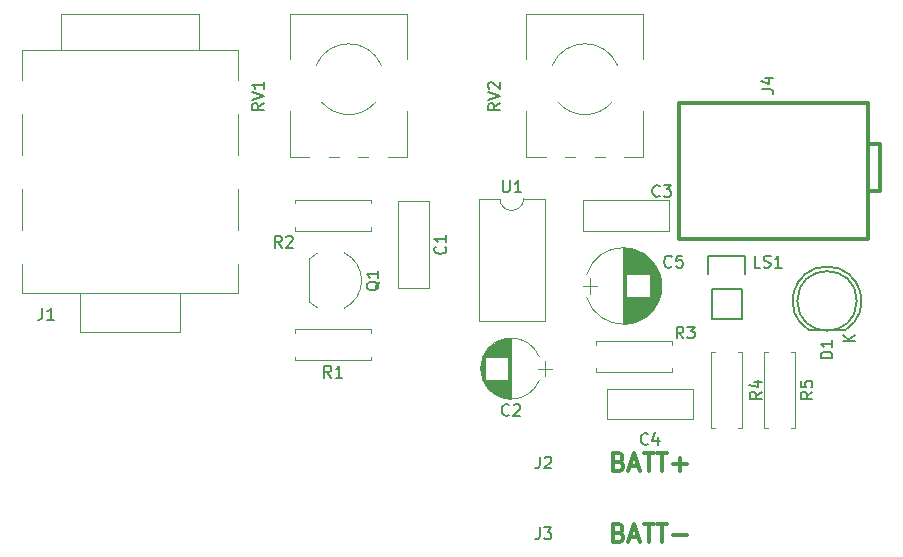
<source format=gto>
G04 #@! TF.GenerationSoftware,KiCad,Pcbnew,no-vcs-found-8c7175b~60~ubuntu16.04.1*
G04 #@! TF.CreationDate,2017-09-13T21:37:39+02:00*
G04 #@! TF.ProjectId,ruby,727562792E6B696361645F7063620000,rev?*
G04 #@! TF.SameCoordinates,Original*
G04 #@! TF.FileFunction,Legend,Top*
G04 #@! TF.FilePolarity,Positive*
%FSLAX46Y46*%
G04 Gerber Fmt 4.6, Leading zero omitted, Abs format (unit mm)*
G04 Created by KiCad (PCBNEW no-vcs-found-8c7175b~60~ubuntu16.04.1) date Wed Sep 13 21:37:39 2017*
%MOMM*%
%LPD*%
G01*
G04 APERTURE LIST*
%ADD10C,0.300000*%
%ADD11C,0.120000*%
%ADD12C,0.150000*%
G04 APERTURE END LIST*
D10*
X128392857Y-104892857D02*
X128607142Y-104964285D01*
X128678571Y-105035714D01*
X128750000Y-105178571D01*
X128750000Y-105392857D01*
X128678571Y-105535714D01*
X128607142Y-105607142D01*
X128464285Y-105678571D01*
X127892857Y-105678571D01*
X127892857Y-104178571D01*
X128392857Y-104178571D01*
X128535714Y-104250000D01*
X128607142Y-104321428D01*
X128678571Y-104464285D01*
X128678571Y-104607142D01*
X128607142Y-104750000D01*
X128535714Y-104821428D01*
X128392857Y-104892857D01*
X127892857Y-104892857D01*
X129321428Y-105250000D02*
X130035714Y-105250000D01*
X129178571Y-105678571D02*
X129678571Y-104178571D01*
X130178571Y-105678571D01*
X130464285Y-104178571D02*
X131321428Y-104178571D01*
X130892857Y-105678571D02*
X130892857Y-104178571D01*
X131607142Y-104178571D02*
X132464285Y-104178571D01*
X132035714Y-105678571D02*
X132035714Y-104178571D01*
X132964285Y-105107142D02*
X134107142Y-105107142D01*
X128392857Y-98892857D02*
X128607142Y-98964285D01*
X128678571Y-99035714D01*
X128750000Y-99178571D01*
X128750000Y-99392857D01*
X128678571Y-99535714D01*
X128607142Y-99607142D01*
X128464285Y-99678571D01*
X127892857Y-99678571D01*
X127892857Y-98178571D01*
X128392857Y-98178571D01*
X128535714Y-98250000D01*
X128607142Y-98321428D01*
X128678571Y-98464285D01*
X128678571Y-98607142D01*
X128607142Y-98750000D01*
X128535714Y-98821428D01*
X128392857Y-98892857D01*
X127892857Y-98892857D01*
X129321428Y-99250000D02*
X130035714Y-99250000D01*
X129178571Y-99678571D02*
X129678571Y-98178571D01*
X130178571Y-99678571D01*
X130464285Y-98178571D02*
X131321428Y-98178571D01*
X130892857Y-99678571D02*
X130892857Y-98178571D01*
X131607142Y-98178571D02*
X132464285Y-98178571D01*
X132035714Y-99678571D02*
X132035714Y-98178571D01*
X132964285Y-99107142D02*
X134107142Y-99107142D01*
X133535714Y-99678571D02*
X133535714Y-98535714D01*
D11*
X122737568Y-65328018D02*
G75*
G02X128262000Y-65327000I2762432J-1171982D01*
G01*
X127797753Y-68428295D02*
G75*
G02X123202000Y-68428000I-2297753J1928295D01*
G01*
X120539000Y-73060000D02*
X120539000Y-69194000D01*
X120539000Y-64805000D02*
X120539000Y-60940000D01*
X130460000Y-73060000D02*
X130460000Y-69194000D01*
X130460000Y-64805000D02*
X130460000Y-60940000D01*
X120539000Y-73060000D02*
X122175000Y-73060000D01*
X123825000Y-73060000D02*
X124675000Y-73060000D01*
X126325000Y-73060000D02*
X127175000Y-73060000D01*
X128825000Y-73060000D02*
X130460000Y-73060000D01*
X120539000Y-60940000D02*
X130460000Y-60940000D01*
X100539000Y-60940000D02*
X110460000Y-60940000D01*
X108825000Y-73060000D02*
X110460000Y-73060000D01*
X106325000Y-73060000D02*
X107175000Y-73060000D01*
X103825000Y-73060000D02*
X104675000Y-73060000D01*
X100539000Y-73060000D02*
X102175000Y-73060000D01*
X110460000Y-64805000D02*
X110460000Y-60940000D01*
X110460000Y-73060000D02*
X110460000Y-69194000D01*
X100539000Y-64805000D02*
X100539000Y-60940000D01*
X100539000Y-73060000D02*
X100539000Y-69194000D01*
X107797753Y-68428295D02*
G75*
G02X103202000Y-68428000I-2297753J1928295D01*
G01*
X102737568Y-65328018D02*
G75*
G02X108262000Y-65327000I2762432J-1171982D01*
G01*
X77860000Y-64000000D02*
X96150000Y-64000000D01*
X96150000Y-64000000D02*
X96150000Y-66550000D01*
X96150000Y-69460000D02*
X96150000Y-72890000D01*
X96150000Y-75810000D02*
X96150000Y-79240000D01*
X77860000Y-79240000D02*
X77860000Y-75810000D01*
X77860000Y-72890000D02*
X77860000Y-69460000D01*
X77860000Y-66550000D02*
X77860000Y-64000000D01*
X77860000Y-84610000D02*
X77860000Y-82160000D01*
X96150000Y-84610000D02*
X96150000Y-82160000D01*
X77860000Y-84610000D02*
X96150000Y-84610000D01*
X92860000Y-61000000D02*
X92860000Y-64000000D01*
X81160000Y-61000000D02*
X92860000Y-61000000D01*
X81160000Y-61000000D02*
X81160000Y-64000000D01*
X82750000Y-84640000D02*
X82750000Y-87860000D01*
X82750000Y-87880000D02*
X91230000Y-87880000D01*
X91260000Y-84640000D02*
X91260000Y-87860000D01*
X112310000Y-84160000D02*
X109690000Y-84160000D01*
X112310000Y-76840000D02*
X109690000Y-76840000D01*
X109690000Y-76840000D02*
X109690000Y-84160000D01*
X112310000Y-76840000D02*
X112310000Y-84160000D01*
X116853137Y-90018600D02*
G75*
G03X116852564Y-91980000I2396863J-981400D01*
G01*
X116853137Y-90018600D02*
G75*
G02X121647436Y-90020000I2396863J-981400D01*
G01*
X116853137Y-91981400D02*
G75*
G03X121647436Y-91980000I2396863J981400D01*
G01*
X122100000Y-91650000D02*
X122100000Y-90350000D01*
X122700000Y-91000000D02*
X121500000Y-91000000D01*
X116689000Y-91354000D02*
X116689000Y-90646000D01*
X116729000Y-91559000D02*
X116729000Y-90441000D01*
X116769000Y-91707000D02*
X116769000Y-90293000D01*
X116809000Y-91829000D02*
X116809000Y-90171000D01*
X116849000Y-91934000D02*
X116849000Y-90066000D01*
X116889000Y-92028000D02*
X116889000Y-89972000D01*
X116929000Y-92112000D02*
X116929000Y-89888000D01*
X116969000Y-92189000D02*
X116969000Y-89811000D01*
X117009000Y-92261000D02*
X117009000Y-89739000D01*
X117049000Y-90020000D02*
X117049000Y-89673000D01*
X117049000Y-92327000D02*
X117049000Y-91980000D01*
X117089000Y-90020000D02*
X117089000Y-89610000D01*
X117089000Y-92390000D02*
X117089000Y-91980000D01*
X117129000Y-90020000D02*
X117129000Y-89552000D01*
X117129000Y-92448000D02*
X117129000Y-91980000D01*
X117169000Y-90020000D02*
X117169000Y-89496000D01*
X117169000Y-92504000D02*
X117169000Y-91980000D01*
X117209000Y-90020000D02*
X117209000Y-89444000D01*
X117209000Y-92556000D02*
X117209000Y-91980000D01*
X117249000Y-90020000D02*
X117249000Y-89394000D01*
X117249000Y-92606000D02*
X117249000Y-91980000D01*
X117289000Y-90020000D02*
X117289000Y-89346000D01*
X117289000Y-92654000D02*
X117289000Y-91980000D01*
X117329000Y-90020000D02*
X117329000Y-89301000D01*
X117329000Y-92699000D02*
X117329000Y-91980000D01*
X117369000Y-90020000D02*
X117369000Y-89258000D01*
X117369000Y-92742000D02*
X117369000Y-91980000D01*
X117409000Y-90020000D02*
X117409000Y-89217000D01*
X117409000Y-92783000D02*
X117409000Y-91980000D01*
X117449000Y-90020000D02*
X117449000Y-89177000D01*
X117449000Y-92823000D02*
X117449000Y-91980000D01*
X117489000Y-90020000D02*
X117489000Y-89139000D01*
X117489000Y-92861000D02*
X117489000Y-91980000D01*
X117529000Y-90020000D02*
X117529000Y-89103000D01*
X117529000Y-92897000D02*
X117529000Y-91980000D01*
X117569000Y-90020000D02*
X117569000Y-89068000D01*
X117569000Y-92932000D02*
X117569000Y-91980000D01*
X117609000Y-90020000D02*
X117609000Y-89035000D01*
X117609000Y-92965000D02*
X117609000Y-91980000D01*
X117649000Y-90020000D02*
X117649000Y-89003000D01*
X117649000Y-92997000D02*
X117649000Y-91980000D01*
X117689000Y-90020000D02*
X117689000Y-88972000D01*
X117689000Y-93028000D02*
X117689000Y-91980000D01*
X117729000Y-90020000D02*
X117729000Y-88942000D01*
X117729000Y-93058000D02*
X117729000Y-91980000D01*
X117769000Y-90020000D02*
X117769000Y-88914000D01*
X117769000Y-93086000D02*
X117769000Y-91980000D01*
X117809000Y-90020000D02*
X117809000Y-88887000D01*
X117809000Y-93113000D02*
X117809000Y-91980000D01*
X117849000Y-90020000D02*
X117849000Y-88860000D01*
X117849000Y-93140000D02*
X117849000Y-91980000D01*
X117889000Y-90020000D02*
X117889000Y-88835000D01*
X117889000Y-93165000D02*
X117889000Y-91980000D01*
X117929000Y-90020000D02*
X117929000Y-88811000D01*
X117929000Y-93189000D02*
X117929000Y-91980000D01*
X117969000Y-90020000D02*
X117969000Y-88788000D01*
X117969000Y-93212000D02*
X117969000Y-91980000D01*
X118009000Y-90020000D02*
X118009000Y-88766000D01*
X118009000Y-93234000D02*
X118009000Y-91980000D01*
X118049000Y-90020000D02*
X118049000Y-88744000D01*
X118049000Y-93256000D02*
X118049000Y-91980000D01*
X118089000Y-90020000D02*
X118089000Y-88724000D01*
X118089000Y-93276000D02*
X118089000Y-91980000D01*
X118129000Y-90020000D02*
X118129000Y-88704000D01*
X118129000Y-93296000D02*
X118129000Y-91980000D01*
X118169000Y-90020000D02*
X118169000Y-88685000D01*
X118169000Y-93315000D02*
X118169000Y-91980000D01*
X118209000Y-90020000D02*
X118209000Y-88667000D01*
X118209000Y-93333000D02*
X118209000Y-91980000D01*
X118249000Y-90020000D02*
X118249000Y-88650000D01*
X118249000Y-93350000D02*
X118249000Y-91980000D01*
X118289000Y-90020000D02*
X118289000Y-88634000D01*
X118289000Y-93366000D02*
X118289000Y-91980000D01*
X118329000Y-90020000D02*
X118329000Y-88618000D01*
X118329000Y-93382000D02*
X118329000Y-91980000D01*
X118369000Y-90020000D02*
X118369000Y-88604000D01*
X118369000Y-93396000D02*
X118369000Y-91980000D01*
X118409000Y-90020000D02*
X118409000Y-88590000D01*
X118409000Y-93410000D02*
X118409000Y-91980000D01*
X118449000Y-90020000D02*
X118449000Y-88576000D01*
X118449000Y-93424000D02*
X118449000Y-91980000D01*
X118489000Y-90020000D02*
X118489000Y-88564000D01*
X118489000Y-93436000D02*
X118489000Y-91980000D01*
X118529000Y-90020000D02*
X118529000Y-88552000D01*
X118529000Y-93448000D02*
X118529000Y-91980000D01*
X118570000Y-90020000D02*
X118570000Y-88540000D01*
X118570000Y-93460000D02*
X118570000Y-91980000D01*
X118610000Y-90020000D02*
X118610000Y-88530000D01*
X118610000Y-93470000D02*
X118610000Y-91980000D01*
X118650000Y-90020000D02*
X118650000Y-88520000D01*
X118650000Y-93480000D02*
X118650000Y-91980000D01*
X118690000Y-90020000D02*
X118690000Y-88511000D01*
X118690000Y-93489000D02*
X118690000Y-91980000D01*
X118730000Y-90020000D02*
X118730000Y-88502000D01*
X118730000Y-93498000D02*
X118730000Y-91980000D01*
X118770000Y-90020000D02*
X118770000Y-88494000D01*
X118770000Y-93506000D02*
X118770000Y-91980000D01*
X118810000Y-90020000D02*
X118810000Y-88487000D01*
X118810000Y-93513000D02*
X118810000Y-91980000D01*
X118850000Y-90020000D02*
X118850000Y-88481000D01*
X118850000Y-93519000D02*
X118850000Y-91980000D01*
X118890000Y-90020000D02*
X118890000Y-88475000D01*
X118890000Y-93525000D02*
X118890000Y-91980000D01*
X118930000Y-90020000D02*
X118930000Y-88469000D01*
X118930000Y-93531000D02*
X118930000Y-91980000D01*
X118970000Y-90020000D02*
X118970000Y-88465000D01*
X118970000Y-93535000D02*
X118970000Y-91980000D01*
X119010000Y-93539000D02*
X119010000Y-88461000D01*
X119050000Y-93543000D02*
X119050000Y-88457000D01*
X119090000Y-93546000D02*
X119090000Y-88454000D01*
X119130000Y-93548000D02*
X119130000Y-88452000D01*
X119170000Y-93549000D02*
X119170000Y-88451000D01*
X119210000Y-93550000D02*
X119210000Y-88450000D01*
X119250000Y-93550000D02*
X119250000Y-88450000D01*
X125340000Y-79310000D02*
X125340000Y-76690000D01*
X132660000Y-79310000D02*
X132660000Y-76690000D01*
X132660000Y-76690000D02*
X125340000Y-76690000D01*
X132660000Y-79310000D02*
X125340000Y-79310000D01*
X134660000Y-95310000D02*
X127340000Y-95310000D01*
X134660000Y-92690000D02*
X127340000Y-92690000D01*
X134660000Y-95310000D02*
X134660000Y-92690000D01*
X127340000Y-95310000D02*
X127340000Y-92690000D01*
X131838440Y-84979357D02*
G75*
G03X131838236Y-83020000I-3088440J979357D01*
G01*
X131838440Y-84979357D02*
G75*
G02X125661764Y-84980000I-3088440J979357D01*
G01*
X131838440Y-83020643D02*
G75*
G03X125661764Y-83020000I-3088440J-979357D01*
G01*
X125900000Y-83350000D02*
X125900000Y-84650000D01*
X125300000Y-84000000D02*
X126500000Y-84000000D01*
X131951000Y-83532000D02*
X131951000Y-84468000D01*
X131911000Y-83324000D02*
X131911000Y-84676000D01*
X131871000Y-83166000D02*
X131871000Y-84834000D01*
X131831000Y-83034000D02*
X131831000Y-84966000D01*
X131791000Y-82919000D02*
X131791000Y-85081000D01*
X131751000Y-82816000D02*
X131751000Y-85184000D01*
X131711000Y-82722000D02*
X131711000Y-85278000D01*
X131671000Y-82636000D02*
X131671000Y-85364000D01*
X131631000Y-82555000D02*
X131631000Y-85445000D01*
X131591000Y-82480000D02*
X131591000Y-85520000D01*
X131551000Y-82409000D02*
X131551000Y-85591000D01*
X131511000Y-82342000D02*
X131511000Y-85658000D01*
X131471000Y-82279000D02*
X131471000Y-85721000D01*
X131431000Y-82219000D02*
X131431000Y-85781000D01*
X131391000Y-82161000D02*
X131391000Y-85839000D01*
X131351000Y-82106000D02*
X131351000Y-85894000D01*
X131311000Y-82054000D02*
X131311000Y-85946000D01*
X131271000Y-82003000D02*
X131271000Y-85997000D01*
X131231000Y-81955000D02*
X131231000Y-86045000D01*
X131191000Y-81908000D02*
X131191000Y-86092000D01*
X131151000Y-81863000D02*
X131151000Y-86137000D01*
X131111000Y-81820000D02*
X131111000Y-86180000D01*
X131071000Y-81778000D02*
X131071000Y-86222000D01*
X131031000Y-81738000D02*
X131031000Y-86262000D01*
X130991000Y-81699000D02*
X130991000Y-86301000D01*
X130951000Y-84980000D02*
X130951000Y-86339000D01*
X130951000Y-81661000D02*
X130951000Y-83020000D01*
X130911000Y-84980000D02*
X130911000Y-86375000D01*
X130911000Y-81625000D02*
X130911000Y-83020000D01*
X130871000Y-84980000D02*
X130871000Y-86411000D01*
X130871000Y-81589000D02*
X130871000Y-83020000D01*
X130831000Y-84980000D02*
X130831000Y-86445000D01*
X130831000Y-81555000D02*
X130831000Y-83020000D01*
X130791000Y-84980000D02*
X130791000Y-86478000D01*
X130791000Y-81522000D02*
X130791000Y-83020000D01*
X130751000Y-84980000D02*
X130751000Y-86510000D01*
X130751000Y-81490000D02*
X130751000Y-83020000D01*
X130711000Y-84980000D02*
X130711000Y-86540000D01*
X130711000Y-81460000D02*
X130711000Y-83020000D01*
X130671000Y-84980000D02*
X130671000Y-86570000D01*
X130671000Y-81430000D02*
X130671000Y-83020000D01*
X130631000Y-84980000D02*
X130631000Y-86599000D01*
X130631000Y-81401000D02*
X130631000Y-83020000D01*
X130591000Y-84980000D02*
X130591000Y-86627000D01*
X130591000Y-81373000D02*
X130591000Y-83020000D01*
X130551000Y-84980000D02*
X130551000Y-86654000D01*
X130551000Y-81346000D02*
X130551000Y-83020000D01*
X130511000Y-84980000D02*
X130511000Y-86681000D01*
X130511000Y-81319000D02*
X130511000Y-83020000D01*
X130471000Y-84980000D02*
X130471000Y-86706000D01*
X130471000Y-81294000D02*
X130471000Y-83020000D01*
X130431000Y-84980000D02*
X130431000Y-86731000D01*
X130431000Y-81269000D02*
X130431000Y-83020000D01*
X130391000Y-84980000D02*
X130391000Y-86755000D01*
X130391000Y-81245000D02*
X130391000Y-83020000D01*
X130351000Y-84980000D02*
X130351000Y-86778000D01*
X130351000Y-81222000D02*
X130351000Y-83020000D01*
X130311000Y-84980000D02*
X130311000Y-86800000D01*
X130311000Y-81200000D02*
X130311000Y-83020000D01*
X130271000Y-84980000D02*
X130271000Y-86822000D01*
X130271000Y-81178000D02*
X130271000Y-83020000D01*
X130231000Y-84980000D02*
X130231000Y-86843000D01*
X130231000Y-81157000D02*
X130231000Y-83020000D01*
X130191000Y-84980000D02*
X130191000Y-86863000D01*
X130191000Y-81137000D02*
X130191000Y-83020000D01*
X130151000Y-84980000D02*
X130151000Y-86882000D01*
X130151000Y-81118000D02*
X130151000Y-83020000D01*
X130111000Y-84980000D02*
X130111000Y-86901000D01*
X130111000Y-81099000D02*
X130111000Y-83020000D01*
X130071000Y-84980000D02*
X130071000Y-86919000D01*
X130071000Y-81081000D02*
X130071000Y-83020000D01*
X130031000Y-84980000D02*
X130031000Y-86937000D01*
X130031000Y-81063000D02*
X130031000Y-83020000D01*
X129991000Y-84980000D02*
X129991000Y-86954000D01*
X129991000Y-81046000D02*
X129991000Y-83020000D01*
X129951000Y-84980000D02*
X129951000Y-86970000D01*
X129951000Y-81030000D02*
X129951000Y-83020000D01*
X129911000Y-84980000D02*
X129911000Y-86986000D01*
X129911000Y-81014000D02*
X129911000Y-83020000D01*
X129871000Y-84980000D02*
X129871000Y-87001000D01*
X129871000Y-80999000D02*
X129871000Y-83020000D01*
X129831000Y-84980000D02*
X129831000Y-87015000D01*
X129831000Y-80985000D02*
X129831000Y-83020000D01*
X129791000Y-84980000D02*
X129791000Y-87029000D01*
X129791000Y-80971000D02*
X129791000Y-83020000D01*
X129751000Y-84980000D02*
X129751000Y-87042000D01*
X129751000Y-80958000D02*
X129751000Y-83020000D01*
X129711000Y-84980000D02*
X129711000Y-87055000D01*
X129711000Y-80945000D02*
X129711000Y-83020000D01*
X129671000Y-84980000D02*
X129671000Y-87067000D01*
X129671000Y-80933000D02*
X129671000Y-83020000D01*
X129631000Y-84980000D02*
X129631000Y-87079000D01*
X129631000Y-80921000D02*
X129631000Y-83020000D01*
X129591000Y-84980000D02*
X129591000Y-87090000D01*
X129591000Y-80910000D02*
X129591000Y-83020000D01*
X129551000Y-84980000D02*
X129551000Y-87100000D01*
X129551000Y-80900000D02*
X129551000Y-83020000D01*
X129511000Y-84980000D02*
X129511000Y-87110000D01*
X129511000Y-80890000D02*
X129511000Y-83020000D01*
X129471000Y-84980000D02*
X129471000Y-87119000D01*
X129471000Y-80881000D02*
X129471000Y-83020000D01*
X129430000Y-84980000D02*
X129430000Y-87128000D01*
X129430000Y-80872000D02*
X129430000Y-83020000D01*
X129390000Y-84980000D02*
X129390000Y-87137000D01*
X129390000Y-80863000D02*
X129390000Y-83020000D01*
X129350000Y-84980000D02*
X129350000Y-87144000D01*
X129350000Y-80856000D02*
X129350000Y-83020000D01*
X129310000Y-84980000D02*
X129310000Y-87152000D01*
X129310000Y-80848000D02*
X129310000Y-83020000D01*
X129270000Y-84980000D02*
X129270000Y-87158000D01*
X129270000Y-80842000D02*
X129270000Y-83020000D01*
X129230000Y-84980000D02*
X129230000Y-87165000D01*
X129230000Y-80835000D02*
X129230000Y-83020000D01*
X129190000Y-84980000D02*
X129190000Y-87170000D01*
X129190000Y-80830000D02*
X129190000Y-83020000D01*
X129150000Y-84980000D02*
X129150000Y-87176000D01*
X129150000Y-80824000D02*
X129150000Y-83020000D01*
X129110000Y-84980000D02*
X129110000Y-87180000D01*
X129110000Y-80820000D02*
X129110000Y-83020000D01*
X129070000Y-84980000D02*
X129070000Y-87185000D01*
X129070000Y-80815000D02*
X129070000Y-83020000D01*
X129030000Y-84980000D02*
X129030000Y-87188000D01*
X129030000Y-80812000D02*
X129030000Y-83020000D01*
X128990000Y-80808000D02*
X128990000Y-87192000D01*
X128950000Y-80806000D02*
X128950000Y-87194000D01*
X128910000Y-80803000D02*
X128910000Y-87197000D01*
X128870000Y-80802000D02*
X128870000Y-87198000D01*
X128830000Y-80800000D02*
X128830000Y-87200000D01*
X128790000Y-80800000D02*
X128790000Y-87200000D01*
X128750000Y-80800000D02*
X128750000Y-87200000D01*
X102877205Y-85864184D02*
G75*
G02X102150000Y-85340000I1122795J2324184D01*
G01*
X105098807Y-85896400D02*
G75*
G03X106600000Y-83540000I-1098807J2356400D01*
G01*
X105098807Y-81183600D02*
G75*
G02X106600000Y-83540000I-1098807J-2356400D01*
G01*
X102877205Y-81215816D02*
G75*
G03X102150000Y-81740000I1122795J-2324184D01*
G01*
X102150000Y-81740000D02*
X102150000Y-85340000D01*
X100980000Y-87690000D02*
X100980000Y-88020000D01*
X107400000Y-87690000D02*
X100980000Y-87690000D01*
X107400000Y-88020000D02*
X107400000Y-87690000D01*
X100980000Y-90310000D02*
X100980000Y-89980000D01*
X107400000Y-90310000D02*
X100980000Y-90310000D01*
X107400000Y-89980000D02*
X107400000Y-90310000D01*
X107400000Y-78980000D02*
X107400000Y-79310000D01*
X107400000Y-79310000D02*
X100980000Y-79310000D01*
X100980000Y-79310000D02*
X100980000Y-78980000D01*
X107400000Y-77020000D02*
X107400000Y-76690000D01*
X107400000Y-76690000D02*
X100980000Y-76690000D01*
X100980000Y-76690000D02*
X100980000Y-77020000D01*
X126480000Y-89020000D02*
X126480000Y-88690000D01*
X126480000Y-88690000D02*
X132900000Y-88690000D01*
X132900000Y-88690000D02*
X132900000Y-89020000D01*
X126480000Y-90980000D02*
X126480000Y-91310000D01*
X126480000Y-91310000D02*
X132900000Y-91310000D01*
X132900000Y-91310000D02*
X132900000Y-90980000D01*
X136190000Y-96020000D02*
X136520000Y-96020000D01*
X136190000Y-89600000D02*
X136190000Y-96020000D01*
X136520000Y-89600000D02*
X136190000Y-89600000D01*
X138810000Y-96020000D02*
X138480000Y-96020000D01*
X138810000Y-89600000D02*
X138810000Y-96020000D01*
X138480000Y-89600000D02*
X138810000Y-89600000D01*
X120310000Y-76610000D02*
G75*
G02X118310000Y-76610000I-1000000J0D01*
G01*
X122080000Y-76610000D02*
X120310000Y-76610000D01*
X122080000Y-87010000D02*
X122080000Y-76610000D01*
X116540000Y-87010000D02*
X122080000Y-87010000D01*
X116540000Y-76610000D02*
X116540000Y-87010000D01*
X118310000Y-76610000D02*
X116540000Y-76610000D01*
D12*
X136230000Y-86810000D02*
X138770000Y-86810000D01*
X136230000Y-84270000D02*
X136230000Y-86810000D01*
X135950000Y-81450000D02*
X139050000Y-81450000D01*
X135950000Y-83000000D02*
X135950000Y-81450000D01*
X138770000Y-84270000D02*
X136230000Y-84270000D01*
X139050000Y-81450000D02*
X139050000Y-83000000D01*
X138770000Y-84270000D02*
X138770000Y-86810000D01*
D10*
X149500000Y-74000000D02*
X149500000Y-80000000D01*
X149500000Y-80000000D02*
X133500000Y-80000000D01*
X133500000Y-80000000D02*
X133500000Y-68500000D01*
X133500000Y-68500000D02*
X149500000Y-68500000D01*
X149500000Y-68500000D02*
X149500000Y-74000000D01*
X150500000Y-74000000D02*
X150500000Y-76000000D01*
X150500000Y-76000000D02*
X149500000Y-76000000D01*
X150500000Y-74000000D02*
X150500000Y-72000000D01*
X150500000Y-72000000D02*
X149500000Y-72000000D01*
D12*
X148517936Y-85270000D02*
G75*
G03X148517936Y-85270000I-2517936J0D01*
G01*
X147500000Y-87770000D02*
X144500000Y-87770000D01*
X147524904Y-87754888D02*
G75*
G03X144500000Y-87770000I-1524904J2484888D01*
G01*
D11*
X140690000Y-96020000D02*
X141020000Y-96020000D01*
X140690000Y-89600000D02*
X140690000Y-96020000D01*
X141020000Y-89600000D02*
X140690000Y-89600000D01*
X143310000Y-96020000D02*
X142980000Y-96020000D01*
X143310000Y-89600000D02*
X143310000Y-96020000D01*
X142980000Y-89600000D02*
X143310000Y-89600000D01*
D12*
X118302380Y-68545238D02*
X117826190Y-68878571D01*
X118302380Y-69116666D02*
X117302380Y-69116666D01*
X117302380Y-68735714D01*
X117350000Y-68640476D01*
X117397619Y-68592857D01*
X117492857Y-68545238D01*
X117635714Y-68545238D01*
X117730952Y-68592857D01*
X117778571Y-68640476D01*
X117826190Y-68735714D01*
X117826190Y-69116666D01*
X117302380Y-68259523D02*
X118302380Y-67926190D01*
X117302380Y-67592857D01*
X117397619Y-67307142D02*
X117350000Y-67259523D01*
X117302380Y-67164285D01*
X117302380Y-66926190D01*
X117350000Y-66830952D01*
X117397619Y-66783333D01*
X117492857Y-66735714D01*
X117588095Y-66735714D01*
X117730952Y-66783333D01*
X118302380Y-67354761D01*
X118302380Y-66735714D01*
X98302380Y-68545238D02*
X97826190Y-68878571D01*
X98302380Y-69116666D02*
X97302380Y-69116666D01*
X97302380Y-68735714D01*
X97350000Y-68640476D01*
X97397619Y-68592857D01*
X97492857Y-68545238D01*
X97635714Y-68545238D01*
X97730952Y-68592857D01*
X97778571Y-68640476D01*
X97826190Y-68735714D01*
X97826190Y-69116666D01*
X97302380Y-68259523D02*
X98302380Y-67926190D01*
X97302380Y-67592857D01*
X98302380Y-66735714D02*
X98302380Y-67307142D01*
X98302380Y-67021428D02*
X97302380Y-67021428D01*
X97445238Y-67116666D01*
X97540476Y-67211904D01*
X97588095Y-67307142D01*
X79556666Y-85862380D02*
X79556666Y-86576666D01*
X79509047Y-86719523D01*
X79413809Y-86814761D01*
X79270952Y-86862380D01*
X79175714Y-86862380D01*
X80556666Y-86862380D02*
X79985238Y-86862380D01*
X80270952Y-86862380D02*
X80270952Y-85862380D01*
X80175714Y-86005238D01*
X80080476Y-86100476D01*
X79985238Y-86148095D01*
X113667142Y-80666666D02*
X113714761Y-80714285D01*
X113762380Y-80857142D01*
X113762380Y-80952380D01*
X113714761Y-81095238D01*
X113619523Y-81190476D01*
X113524285Y-81238095D01*
X113333809Y-81285714D01*
X113190952Y-81285714D01*
X113000476Y-81238095D01*
X112905238Y-81190476D01*
X112810000Y-81095238D01*
X112762380Y-80952380D01*
X112762380Y-80857142D01*
X112810000Y-80714285D01*
X112857619Y-80666666D01*
X113762380Y-79714285D02*
X113762380Y-80285714D01*
X113762380Y-80000000D02*
X112762380Y-80000000D01*
X112905238Y-80095238D01*
X113000476Y-80190476D01*
X113048095Y-80285714D01*
X119083333Y-94917142D02*
X119035714Y-94964761D01*
X118892857Y-95012380D01*
X118797619Y-95012380D01*
X118654761Y-94964761D01*
X118559523Y-94869523D01*
X118511904Y-94774285D01*
X118464285Y-94583809D01*
X118464285Y-94440952D01*
X118511904Y-94250476D01*
X118559523Y-94155238D01*
X118654761Y-94060000D01*
X118797619Y-94012380D01*
X118892857Y-94012380D01*
X119035714Y-94060000D01*
X119083333Y-94107619D01*
X119464285Y-94107619D02*
X119511904Y-94060000D01*
X119607142Y-94012380D01*
X119845238Y-94012380D01*
X119940476Y-94060000D01*
X119988095Y-94107619D01*
X120035714Y-94202857D01*
X120035714Y-94298095D01*
X119988095Y-94440952D01*
X119416666Y-95012380D01*
X120035714Y-95012380D01*
X131833333Y-76357142D02*
X131785714Y-76404761D01*
X131642857Y-76452380D01*
X131547619Y-76452380D01*
X131404761Y-76404761D01*
X131309523Y-76309523D01*
X131261904Y-76214285D01*
X131214285Y-76023809D01*
X131214285Y-75880952D01*
X131261904Y-75690476D01*
X131309523Y-75595238D01*
X131404761Y-75500000D01*
X131547619Y-75452380D01*
X131642857Y-75452380D01*
X131785714Y-75500000D01*
X131833333Y-75547619D01*
X132166666Y-75452380D02*
X132785714Y-75452380D01*
X132452380Y-75833333D01*
X132595238Y-75833333D01*
X132690476Y-75880952D01*
X132738095Y-75928571D01*
X132785714Y-76023809D01*
X132785714Y-76261904D01*
X132738095Y-76357142D01*
X132690476Y-76404761D01*
X132595238Y-76452380D01*
X132309523Y-76452380D01*
X132214285Y-76404761D01*
X132166666Y-76357142D01*
X130833333Y-97357142D02*
X130785714Y-97404761D01*
X130642857Y-97452380D01*
X130547619Y-97452380D01*
X130404761Y-97404761D01*
X130309523Y-97309523D01*
X130261904Y-97214285D01*
X130214285Y-97023809D01*
X130214285Y-96880952D01*
X130261904Y-96690476D01*
X130309523Y-96595238D01*
X130404761Y-96500000D01*
X130547619Y-96452380D01*
X130642857Y-96452380D01*
X130785714Y-96500000D01*
X130833333Y-96547619D01*
X131690476Y-96785714D02*
X131690476Y-97452380D01*
X131452380Y-96404761D02*
X131214285Y-97119047D01*
X131833333Y-97119047D01*
X132833333Y-82357142D02*
X132785714Y-82404761D01*
X132642857Y-82452380D01*
X132547619Y-82452380D01*
X132404761Y-82404761D01*
X132309523Y-82309523D01*
X132261904Y-82214285D01*
X132214285Y-82023809D01*
X132214285Y-81880952D01*
X132261904Y-81690476D01*
X132309523Y-81595238D01*
X132404761Y-81500000D01*
X132547619Y-81452380D01*
X132642857Y-81452380D01*
X132785714Y-81500000D01*
X132833333Y-81547619D01*
X133738095Y-81452380D02*
X133261904Y-81452380D01*
X133214285Y-81928571D01*
X133261904Y-81880952D01*
X133357142Y-81833333D01*
X133595238Y-81833333D01*
X133690476Y-81880952D01*
X133738095Y-81928571D01*
X133785714Y-82023809D01*
X133785714Y-82261904D01*
X133738095Y-82357142D01*
X133690476Y-82404761D01*
X133595238Y-82452380D01*
X133357142Y-82452380D01*
X133261904Y-82404761D01*
X133214285Y-82357142D01*
X121666666Y-98452380D02*
X121666666Y-99166666D01*
X121619047Y-99309523D01*
X121523809Y-99404761D01*
X121380952Y-99452380D01*
X121285714Y-99452380D01*
X122095238Y-98547619D02*
X122142857Y-98500000D01*
X122238095Y-98452380D01*
X122476190Y-98452380D01*
X122571428Y-98500000D01*
X122619047Y-98547619D01*
X122666666Y-98642857D01*
X122666666Y-98738095D01*
X122619047Y-98880952D01*
X122047619Y-99452380D01*
X122666666Y-99452380D01*
X121666666Y-104452380D02*
X121666666Y-105166666D01*
X121619047Y-105309523D01*
X121523809Y-105404761D01*
X121380952Y-105452380D01*
X121285714Y-105452380D01*
X122047619Y-104452380D02*
X122666666Y-104452380D01*
X122333333Y-104833333D01*
X122476190Y-104833333D01*
X122571428Y-104880952D01*
X122619047Y-104928571D01*
X122666666Y-105023809D01*
X122666666Y-105261904D01*
X122619047Y-105357142D01*
X122571428Y-105404761D01*
X122476190Y-105452380D01*
X122190476Y-105452380D01*
X122095238Y-105404761D01*
X122047619Y-105357142D01*
X108107619Y-83635238D02*
X108060000Y-83730476D01*
X107964761Y-83825714D01*
X107821904Y-83968571D01*
X107774285Y-84063809D01*
X107774285Y-84159047D01*
X108012380Y-84111428D02*
X107964761Y-84206666D01*
X107869523Y-84301904D01*
X107679047Y-84349523D01*
X107345714Y-84349523D01*
X107155238Y-84301904D01*
X107060000Y-84206666D01*
X107012380Y-84111428D01*
X107012380Y-83920952D01*
X107060000Y-83825714D01*
X107155238Y-83730476D01*
X107345714Y-83682857D01*
X107679047Y-83682857D01*
X107869523Y-83730476D01*
X107964761Y-83825714D01*
X108012380Y-83920952D01*
X108012380Y-84111428D01*
X108012380Y-82730476D02*
X108012380Y-83301904D01*
X108012380Y-83016190D02*
X107012380Y-83016190D01*
X107155238Y-83111428D01*
X107250476Y-83206666D01*
X107298095Y-83301904D01*
X104023333Y-91762380D02*
X103690000Y-91286190D01*
X103451904Y-91762380D02*
X103451904Y-90762380D01*
X103832857Y-90762380D01*
X103928095Y-90810000D01*
X103975714Y-90857619D01*
X104023333Y-90952857D01*
X104023333Y-91095714D01*
X103975714Y-91190952D01*
X103928095Y-91238571D01*
X103832857Y-91286190D01*
X103451904Y-91286190D01*
X104975714Y-91762380D02*
X104404285Y-91762380D01*
X104690000Y-91762380D02*
X104690000Y-90762380D01*
X104594761Y-90905238D01*
X104499523Y-91000476D01*
X104404285Y-91048095D01*
X99833333Y-80762380D02*
X99500000Y-80286190D01*
X99261904Y-80762380D02*
X99261904Y-79762380D01*
X99642857Y-79762380D01*
X99738095Y-79810000D01*
X99785714Y-79857619D01*
X99833333Y-79952857D01*
X99833333Y-80095714D01*
X99785714Y-80190952D01*
X99738095Y-80238571D01*
X99642857Y-80286190D01*
X99261904Y-80286190D01*
X100214285Y-79857619D02*
X100261904Y-79810000D01*
X100357142Y-79762380D01*
X100595238Y-79762380D01*
X100690476Y-79810000D01*
X100738095Y-79857619D01*
X100785714Y-79952857D01*
X100785714Y-80048095D01*
X100738095Y-80190952D01*
X100166666Y-80762380D01*
X100785714Y-80762380D01*
X133833333Y-88452380D02*
X133500000Y-87976190D01*
X133261904Y-88452380D02*
X133261904Y-87452380D01*
X133642857Y-87452380D01*
X133738095Y-87500000D01*
X133785714Y-87547619D01*
X133833333Y-87642857D01*
X133833333Y-87785714D01*
X133785714Y-87880952D01*
X133738095Y-87928571D01*
X133642857Y-87976190D01*
X133261904Y-87976190D01*
X134166666Y-87452380D02*
X134785714Y-87452380D01*
X134452380Y-87833333D01*
X134595238Y-87833333D01*
X134690476Y-87880952D01*
X134738095Y-87928571D01*
X134785714Y-88023809D01*
X134785714Y-88261904D01*
X134738095Y-88357142D01*
X134690476Y-88404761D01*
X134595238Y-88452380D01*
X134309523Y-88452380D01*
X134214285Y-88404761D01*
X134166666Y-88357142D01*
X140452380Y-92976666D02*
X139976190Y-93310000D01*
X140452380Y-93548095D02*
X139452380Y-93548095D01*
X139452380Y-93167142D01*
X139500000Y-93071904D01*
X139547619Y-93024285D01*
X139642857Y-92976666D01*
X139785714Y-92976666D01*
X139880952Y-93024285D01*
X139928571Y-93071904D01*
X139976190Y-93167142D01*
X139976190Y-93548095D01*
X139785714Y-92119523D02*
X140452380Y-92119523D01*
X139404761Y-92357619D02*
X140119047Y-92595714D01*
X140119047Y-91976666D01*
X118548095Y-75062380D02*
X118548095Y-75871904D01*
X118595714Y-75967142D01*
X118643333Y-76014761D01*
X118738571Y-76062380D01*
X118929047Y-76062380D01*
X119024285Y-76014761D01*
X119071904Y-75967142D01*
X119119523Y-75871904D01*
X119119523Y-75062380D01*
X120119523Y-76062380D02*
X119548095Y-76062380D01*
X119833809Y-76062380D02*
X119833809Y-75062380D01*
X119738571Y-75205238D01*
X119643333Y-75300476D01*
X119548095Y-75348095D01*
X140357142Y-82452380D02*
X139880952Y-82452380D01*
X139880952Y-81452380D01*
X140642857Y-82404761D02*
X140785714Y-82452380D01*
X141023809Y-82452380D01*
X141119047Y-82404761D01*
X141166666Y-82357142D01*
X141214285Y-82261904D01*
X141214285Y-82166666D01*
X141166666Y-82071428D01*
X141119047Y-82023809D01*
X141023809Y-81976190D01*
X140833333Y-81928571D01*
X140738095Y-81880952D01*
X140690476Y-81833333D01*
X140642857Y-81738095D01*
X140642857Y-81642857D01*
X140690476Y-81547619D01*
X140738095Y-81500000D01*
X140833333Y-81452380D01*
X141071428Y-81452380D01*
X141214285Y-81500000D01*
X142166666Y-82452380D02*
X141595238Y-82452380D01*
X141880952Y-82452380D02*
X141880952Y-81452380D01*
X141785714Y-81595238D01*
X141690476Y-81690476D01*
X141595238Y-81738095D01*
X140452380Y-67333333D02*
X141166666Y-67333333D01*
X141309523Y-67380952D01*
X141404761Y-67476190D01*
X141452380Y-67619047D01*
X141452380Y-67714285D01*
X140785714Y-66428571D02*
X141452380Y-66428571D01*
X140404761Y-66666666D02*
X141119047Y-66904761D01*
X141119047Y-66285714D01*
X146452380Y-90138095D02*
X145452380Y-90138095D01*
X145452380Y-89900000D01*
X145500000Y-89757142D01*
X145595238Y-89661904D01*
X145690476Y-89614285D01*
X145880952Y-89566666D01*
X146023809Y-89566666D01*
X146214285Y-89614285D01*
X146309523Y-89661904D01*
X146404761Y-89757142D01*
X146452380Y-89900000D01*
X146452380Y-90138095D01*
X146452380Y-88614285D02*
X146452380Y-89185714D01*
X146452380Y-88900000D02*
X145452380Y-88900000D01*
X145595238Y-88995238D01*
X145690476Y-89090476D01*
X145738095Y-89185714D01*
X148357380Y-88706904D02*
X147357380Y-88706904D01*
X148357380Y-88135476D02*
X147785952Y-88564047D01*
X147357380Y-88135476D02*
X147928809Y-88706904D01*
X144762380Y-92976666D02*
X144286190Y-93310000D01*
X144762380Y-93548095D02*
X143762380Y-93548095D01*
X143762380Y-93167142D01*
X143810000Y-93071904D01*
X143857619Y-93024285D01*
X143952857Y-92976666D01*
X144095714Y-92976666D01*
X144190952Y-93024285D01*
X144238571Y-93071904D01*
X144286190Y-93167142D01*
X144286190Y-93548095D01*
X143762380Y-92071904D02*
X143762380Y-92548095D01*
X144238571Y-92595714D01*
X144190952Y-92548095D01*
X144143333Y-92452857D01*
X144143333Y-92214761D01*
X144190952Y-92119523D01*
X144238571Y-92071904D01*
X144333809Y-92024285D01*
X144571904Y-92024285D01*
X144667142Y-92071904D01*
X144714761Y-92119523D01*
X144762380Y-92214761D01*
X144762380Y-92452857D01*
X144714761Y-92548095D01*
X144667142Y-92595714D01*
M02*

</source>
